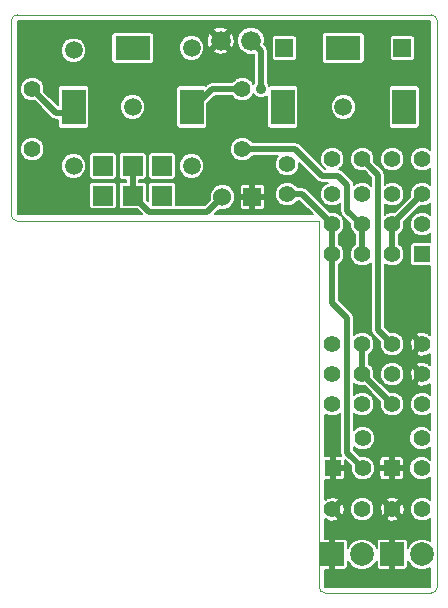
<source format=gtl>
G04 (created by PCBNEW (2013-07-07 BZR 4022)-stable) date 19/03/2015 16:12:41*
%MOIN*%
G04 Gerber Fmt 3.4, Leading zero omitted, Abs format*
%FSLAX34Y34*%
G01*
G70*
G90*
G04 APERTURE LIST*
%ADD10C,0.00629921*%
%ADD11C,0.00393701*%
%ADD12C,0.055*%
%ADD13C,0.066*%
%ADD14R,0.06X0.06*%
%ADD15C,0.06*%
%ADD16R,0.055X0.055*%
%ADD17R,0.0787X0.0787*%
%ADD18C,0.0787*%
%ADD19R,0.0669291X0.0669291*%
%ADD20R,0.0787402X0.11811*%
%ADD21R,0.11811X0.0787402*%
%ADD22C,0.0590551*%
%ADD23R,0.0590551X0.0590551*%
%ADD24C,0.035*%
%ADD25C,0.02*%
%ADD26C,0.006*%
G04 APERTURE END LIST*
G54D10*
G54D11*
X1502Y-12087D02*
X1502Y6778D01*
X-2238Y-12287D02*
X1302Y-12287D01*
X-2443Y108D02*
X-2638Y108D01*
X-2443Y-357D02*
X-2443Y108D01*
X-2443Y-12087D02*
X-2443Y-357D01*
X-12701Y6786D02*
X-12701Y306D01*
X-12501Y6986D02*
X1298Y6986D01*
X-12501Y6986D02*
G75*
G03X-12701Y6786I0J-200D01*
G74*
G01*
X-12441Y106D02*
X-12501Y106D01*
X-12701Y306D02*
G75*
G03X-12501Y106I200J0D01*
G74*
G01*
X-12441Y106D02*
X-11961Y106D01*
X-2641Y106D02*
X-12441Y106D01*
X-2441Y-12088D02*
G75*
G03X-2241Y-12288I200J0D01*
G74*
G01*
X1303Y-12288D02*
G75*
G03X1503Y-12088I0J200D01*
G74*
G01*
X1498Y6786D02*
G75*
G03X1298Y6986I-200J0D01*
G74*
G01*
G54D12*
X999Y-4998D03*
X999Y-5998D03*
X-2000Y1001D03*
X-2000Y1D03*
X-5000Y2501D03*
X-5000Y4501D03*
X-12000Y2501D03*
X-12000Y4501D03*
G54D13*
X-5717Y6119D03*
X-4717Y6119D03*
G54D14*
X-4663Y908D03*
G54D15*
X-5663Y908D03*
G54D16*
X-23Y-8132D03*
G54D12*
X977Y-8132D03*
X977Y-7132D03*
X0Y-9500D03*
X1000Y-9500D03*
X0Y1001D03*
X0Y1D03*
X-1000Y1001D03*
X-1000Y1D03*
X999Y1001D03*
X999Y1D03*
X-3500Y2001D03*
X-3500Y1001D03*
G54D16*
X999Y-998D03*
G54D12*
X0Y-998D03*
X-1000Y-998D03*
X-2000Y-998D03*
X-2000Y-3998D03*
X-1000Y-3998D03*
X0Y-3998D03*
X999Y-3998D03*
X-1000Y-5998D03*
X-1000Y-4998D03*
X-2000Y-5998D03*
X-2000Y-4998D03*
X0Y-5998D03*
X0Y-4998D03*
G54D17*
X0Y-11000D03*
G54D18*
X1000Y-11000D03*
G54D17*
X-2000Y-11000D03*
G54D18*
X-1000Y-11000D03*
G54D12*
X-1000Y-9500D03*
X-2000Y-9500D03*
G54D16*
X-1983Y-8132D03*
G54D12*
X-983Y-8132D03*
X-983Y-7132D03*
G54D19*
X-9642Y957D03*
X-9642Y1942D03*
X-8658Y957D03*
X-8658Y1942D03*
X-7674Y1942D03*
X-7674Y957D03*
G54D20*
X-10626Y3910D03*
X-6689Y3910D03*
G54D21*
X-8658Y5879D03*
G54D22*
X-8658Y3910D03*
X-6689Y5879D03*
X-10626Y5800D03*
X-10626Y1942D03*
X-6689Y1942D03*
G54D20*
X-3658Y3910D03*
X396Y3910D03*
G54D21*
X-1630Y5879D03*
G54D23*
X337Y5879D03*
X-3599Y5879D03*
G54D22*
X-1630Y3910D03*
G54D12*
X997Y2168D03*
X-3Y2168D03*
X-2003Y2168D03*
X-1003Y2168D03*
G54D24*
X-4383Y4508D03*
G54D25*
X-2000Y-998D02*
X-2000Y1D01*
X-2000Y1D02*
X-3000Y1001D01*
X-3000Y1001D02*
X-3500Y1001D01*
X-1503Y-3134D02*
X-2000Y-2636D01*
X-1503Y-6592D02*
X-1503Y-3134D01*
X-1503Y-7612D02*
X-983Y-8132D01*
X-1503Y-6592D02*
X-1503Y-7612D01*
X-2000Y-2636D02*
X-2000Y-998D01*
X0Y-5998D02*
X-1000Y-4998D01*
X-1000Y-4998D02*
X-1000Y-3998D01*
X0Y1D02*
X999Y1001D01*
X0Y1D02*
X0Y-998D01*
X-1003Y2168D02*
X-483Y1648D01*
X-483Y-3516D02*
X0Y-3998D01*
X-483Y1648D02*
X-483Y-3516D01*
X-6630Y3713D02*
X-6630Y3871D01*
X-6630Y3871D02*
X-6000Y4501D01*
X-6000Y4501D02*
X-5000Y4501D01*
X-10685Y3713D02*
X-11213Y3713D01*
X-11213Y3713D02*
X-12000Y4501D01*
X-8658Y957D02*
X-8108Y408D01*
X-6163Y408D02*
X-5663Y908D01*
X-8108Y408D02*
X-6163Y408D01*
X-8658Y957D02*
X-8658Y1942D01*
X-4383Y5784D02*
X-4717Y6119D01*
X-4383Y4508D02*
X-4383Y5784D01*
X-1000Y1D02*
X-1056Y1D01*
X-3236Y2501D02*
X-5000Y2501D01*
X-2343Y1608D02*
X-3236Y2501D01*
X-1803Y1608D02*
X-2343Y1608D01*
X-1503Y1308D02*
X-1803Y1608D01*
X-1503Y448D02*
X-1503Y1308D01*
X-1056Y1D02*
X-1503Y448D01*
X-1000Y1D02*
X-1000Y-998D01*
G54D10*
G36*
X1269Y-12093D02*
X-68Y-12093D01*
X-68Y-11491D01*
X-68Y-11068D01*
X-76Y-11068D01*
X-76Y-10931D01*
X-68Y-10931D01*
X-68Y-10509D01*
X-100Y-10476D01*
X-367Y-10476D01*
X-419Y-10476D01*
X-467Y-10496D01*
X-503Y-10532D01*
X-523Y-10580D01*
X-523Y-10782D01*
X-555Y-10703D01*
X-594Y-10664D01*
X-594Y-9419D01*
X-656Y-9270D01*
X-770Y-9156D01*
X-919Y-9095D01*
X-1080Y-9094D01*
X-1229Y-9156D01*
X-1343Y-9270D01*
X-1404Y-9419D01*
X-1405Y-9580D01*
X-1343Y-9729D01*
X-1229Y-9843D01*
X-1080Y-9904D01*
X-919Y-9905D01*
X-770Y-9843D01*
X-656Y-9729D01*
X-595Y-9580D01*
X-594Y-9419D01*
X-594Y-10664D01*
X-703Y-10556D01*
X-895Y-10476D01*
X-1103Y-10476D01*
X-1296Y-10555D01*
X-1443Y-10703D01*
X-1476Y-10782D01*
X-1476Y-10580D01*
X-1496Y-10532D01*
X-1532Y-10496D01*
X-1577Y-10477D01*
X-1577Y-8381D01*
X-1578Y-8232D01*
X-1610Y-8200D01*
X-1914Y-8200D01*
X-1914Y-8504D01*
X-1882Y-8537D01*
X-1682Y-8537D01*
X-1634Y-8517D01*
X-1597Y-8480D01*
X-1578Y-8432D01*
X-1577Y-8381D01*
X-1577Y-10477D01*
X-1580Y-10476D01*
X-1588Y-10476D01*
X-1588Y-9528D01*
X-1608Y-9368D01*
X-1630Y-9315D01*
X-1686Y-9283D01*
X-1783Y-9380D01*
X-1903Y-9500D01*
X-1686Y-9716D01*
X-1630Y-9684D01*
X-1588Y-9528D01*
X-1588Y-10476D01*
X-1632Y-10476D01*
X-1783Y-10476D01*
X-1899Y-10476D01*
X-1931Y-10509D01*
X-1931Y-10931D01*
X-1923Y-10931D01*
X-1923Y-11068D01*
X-1931Y-11068D01*
X-1931Y-11491D01*
X-1899Y-11523D01*
X-1632Y-11523D01*
X-1580Y-11523D01*
X-1532Y-11503D01*
X-1496Y-11467D01*
X-1476Y-11419D01*
X-1476Y-11217D01*
X-1444Y-11296D01*
X-1296Y-11443D01*
X-1104Y-11523D01*
X-896Y-11523D01*
X-703Y-11444D01*
X-556Y-11296D01*
X-523Y-11217D01*
X-523Y-11419D01*
X-503Y-11467D01*
X-467Y-11503D01*
X-419Y-11523D01*
X-367Y-11523D01*
X-100Y-11523D01*
X-68Y-11491D01*
X-68Y-12093D01*
X-2231Y-12093D01*
X-2231Y-11523D01*
X-2100Y-11523D01*
X-2068Y-11491D01*
X-2068Y-11068D01*
X-2076Y-11068D01*
X-2076Y-10931D01*
X-2068Y-10931D01*
X-2068Y-10509D01*
X-2100Y-10476D01*
X-2231Y-10476D01*
X-2231Y-9828D01*
X-2216Y-9813D01*
X-2184Y-9869D01*
X-2028Y-9911D01*
X-1868Y-9891D01*
X-1815Y-9869D01*
X-1783Y-9813D01*
X-2000Y-9596D01*
X-2005Y-9602D01*
X-2102Y-9505D01*
X-2096Y-9500D01*
X-2102Y-9494D01*
X-2005Y-9397D01*
X-2000Y-9403D01*
X-1783Y-9186D01*
X-1815Y-9130D01*
X-1971Y-9088D01*
X-2131Y-9108D01*
X-2184Y-9130D01*
X-2216Y-9186D01*
X-2231Y-9171D01*
X-2231Y-8537D01*
X-2083Y-8537D01*
X-2051Y-8504D01*
X-2051Y-8200D01*
X-2059Y-8200D01*
X-2059Y-8063D01*
X-2051Y-8063D01*
X-2051Y-7759D01*
X-2083Y-7727D01*
X-2231Y-7726D01*
X-2231Y-6341D01*
X-2230Y-6342D01*
X-2081Y-6403D01*
X-1920Y-6403D01*
X-1771Y-6342D01*
X-1733Y-6303D01*
X-1733Y-6592D01*
X-1733Y-7612D01*
X-1715Y-7700D01*
X-1697Y-7726D01*
X-1882Y-7727D01*
X-1914Y-7759D01*
X-1914Y-8063D01*
X-1610Y-8063D01*
X-1578Y-8031D01*
X-1577Y-7882D01*
X-1577Y-7862D01*
X-1387Y-8052D01*
X-1388Y-8212D01*
X-1326Y-8361D01*
X-1212Y-8475D01*
X-1063Y-8536D01*
X-902Y-8537D01*
X-753Y-8475D01*
X-639Y-8361D01*
X-578Y-8212D01*
X-577Y-8051D01*
X-639Y-7902D01*
X-753Y-7788D01*
X-902Y-7727D01*
X-1062Y-7726D01*
X-1273Y-7516D01*
X-1273Y-7414D01*
X-1212Y-7475D01*
X-1063Y-7536D01*
X-902Y-7537D01*
X-753Y-7475D01*
X-639Y-7361D01*
X-578Y-7212D01*
X-577Y-7051D01*
X-639Y-6902D01*
X-753Y-6788D01*
X-902Y-6727D01*
X-1063Y-6726D01*
X-1212Y-6788D01*
X-1273Y-6849D01*
X-1273Y-6592D01*
X-1273Y-6299D01*
X-1230Y-6342D01*
X-1081Y-6403D01*
X-920Y-6403D01*
X-771Y-6342D01*
X-657Y-6228D01*
X-596Y-6079D01*
X-595Y-5918D01*
X-657Y-5769D01*
X-771Y-5655D01*
X-920Y-5593D01*
X-1081Y-5593D01*
X-1230Y-5655D01*
X-1273Y-5698D01*
X-1273Y-5299D01*
X-1230Y-5342D01*
X-1081Y-5403D01*
X-921Y-5403D01*
X-405Y-5919D01*
X-406Y-6079D01*
X-344Y-6228D01*
X-230Y-6342D01*
X-81Y-6403D01*
X79Y-6403D01*
X228Y-6342D01*
X342Y-6228D01*
X403Y-6079D01*
X404Y-5918D01*
X404Y-4918D01*
X342Y-4769D01*
X228Y-4655D01*
X79Y-4593D01*
X-81Y-4593D01*
X-230Y-4655D01*
X-344Y-4769D01*
X-405Y-4918D01*
X-406Y-5079D01*
X-344Y-5228D01*
X-230Y-5342D01*
X-81Y-5403D01*
X79Y-5403D01*
X228Y-5342D01*
X342Y-5228D01*
X403Y-5079D01*
X404Y-4918D01*
X404Y-5918D01*
X342Y-5769D01*
X228Y-5655D01*
X79Y-5593D01*
X-80Y-5593D01*
X-596Y-5078D01*
X-595Y-4918D01*
X-657Y-4769D01*
X-770Y-4656D01*
X-770Y-4341D01*
X-657Y-4228D01*
X-596Y-4079D01*
X-595Y-3918D01*
X-657Y-3769D01*
X-771Y-3655D01*
X-920Y-3593D01*
X-1081Y-3593D01*
X-1230Y-3655D01*
X-1273Y-3698D01*
X-1273Y-3134D01*
X-1290Y-3045D01*
X-1290Y-3045D01*
X-1340Y-2971D01*
X-1770Y-2540D01*
X-1770Y-1341D01*
X-1657Y-1228D01*
X-1596Y-1079D01*
X-1595Y-918D01*
X-1657Y-769D01*
X-1770Y-656D01*
X-1770Y-341D01*
X-1657Y-228D01*
X-1596Y-79D01*
X-1595Y81D01*
X-1657Y230D01*
X-1771Y344D01*
X-1920Y406D01*
X-2080Y406D01*
X-2838Y1163D01*
X-2912Y1213D01*
X-3000Y1231D01*
X-3158Y1231D01*
X-3271Y1344D01*
X-3420Y1406D01*
X-3581Y1406D01*
X-3730Y1344D01*
X-3844Y1230D01*
X-3905Y1081D01*
X-3906Y920D01*
X-3844Y771D01*
X-3730Y657D01*
X-3581Y596D01*
X-3420Y596D01*
X-3271Y657D01*
X-3158Y771D01*
X-3096Y771D01*
X-2656Y331D01*
X-4232Y331D01*
X-4232Y633D01*
X-4232Y1182D01*
X-4233Y1233D01*
X-4252Y1281D01*
X-4289Y1318D01*
X-4337Y1338D01*
X-4562Y1338D01*
X-4594Y1305D01*
X-4594Y976D01*
X-4265Y976D01*
X-4233Y1008D01*
X-4232Y1182D01*
X-4232Y633D01*
X-4233Y807D01*
X-4265Y839D01*
X-4594Y839D01*
X-4594Y510D01*
X-4562Y478D01*
X-4337Y477D01*
X-4289Y497D01*
X-4252Y534D01*
X-4233Y582D01*
X-4232Y633D01*
X-4232Y331D01*
X-4731Y331D01*
X-4731Y510D01*
X-4731Y839D01*
X-4731Y976D01*
X-4731Y1305D01*
X-4763Y1338D01*
X-4988Y1338D01*
X-5036Y1318D01*
X-5073Y1281D01*
X-5092Y1233D01*
X-5093Y1182D01*
X-5093Y1008D01*
X-5060Y976D01*
X-4731Y976D01*
X-4731Y839D01*
X-5060Y839D01*
X-5093Y807D01*
X-5093Y633D01*
X-5092Y582D01*
X-5073Y534D01*
X-5036Y497D01*
X-4988Y477D01*
X-4763Y478D01*
X-4731Y510D01*
X-4731Y331D01*
X-5914Y331D01*
X-5762Y483D01*
X-5748Y478D01*
X-5577Y477D01*
X-5419Y543D01*
X-5298Y664D01*
X-5233Y822D01*
X-5232Y993D01*
X-5298Y1151D01*
X-5419Y1272D01*
X-5577Y1337D01*
X-5748Y1338D01*
X-5906Y1272D01*
X-6027Y1151D01*
X-6092Y993D01*
X-6093Y822D01*
X-6087Y808D01*
X-6258Y638D01*
X-6264Y638D01*
X-6264Y2026D01*
X-6329Y2182D01*
X-6448Y2302D01*
X-6604Y2367D01*
X-6774Y2367D01*
X-6930Y2302D01*
X-7050Y2183D01*
X-7115Y2026D01*
X-7115Y1857D01*
X-7050Y1701D01*
X-6931Y1581D01*
X-6774Y1516D01*
X-6605Y1516D01*
X-6449Y1581D01*
X-6329Y1700D01*
X-6264Y1857D01*
X-6264Y2026D01*
X-6264Y638D01*
X-7209Y638D01*
X-7209Y648D01*
X-7209Y1318D01*
X-7209Y1633D01*
X-7209Y2302D01*
X-7229Y2350D01*
X-7265Y2386D01*
X-7313Y2406D01*
X-7365Y2406D01*
X-7937Y2406D01*
X-7937Y5511D01*
X-7937Y6298D01*
X-7957Y6346D01*
X-7994Y6382D01*
X-8041Y6402D01*
X-8093Y6402D01*
X-9274Y6402D01*
X-9322Y6382D01*
X-9359Y6346D01*
X-9378Y6298D01*
X-9379Y6246D01*
X-9379Y5459D01*
X-9359Y5411D01*
X-9322Y5375D01*
X-9274Y5355D01*
X-9223Y5355D01*
X-8042Y5355D01*
X-7994Y5375D01*
X-7957Y5411D01*
X-7937Y5459D01*
X-7937Y5511D01*
X-7937Y2406D01*
X-8034Y2406D01*
X-8082Y2386D01*
X-8118Y2350D01*
X-8138Y2302D01*
X-8138Y2250D01*
X-8138Y1581D01*
X-8119Y1533D01*
X-8082Y1497D01*
X-8034Y1477D01*
X-7983Y1477D01*
X-7313Y1477D01*
X-7265Y1497D01*
X-7229Y1533D01*
X-7209Y1581D01*
X-7209Y1633D01*
X-7209Y1318D01*
X-7229Y1365D01*
X-7265Y1402D01*
X-7313Y1422D01*
X-7365Y1422D01*
X-8034Y1422D01*
X-8082Y1402D01*
X-8118Y1366D01*
X-8138Y1318D01*
X-8138Y1266D01*
X-8138Y763D01*
X-8193Y818D01*
X-8193Y1318D01*
X-8213Y1365D01*
X-8250Y1402D01*
X-8297Y1422D01*
X-8349Y1422D01*
X-8428Y1422D01*
X-8428Y1477D01*
X-8298Y1477D01*
X-8250Y1497D01*
X-8213Y1533D01*
X-8193Y1581D01*
X-8193Y1633D01*
X-8193Y2302D01*
X-8213Y2350D01*
X-8233Y2369D01*
X-8233Y3994D01*
X-8297Y4151D01*
X-8417Y4270D01*
X-8573Y4335D01*
X-8742Y4335D01*
X-8899Y4271D01*
X-9018Y4151D01*
X-9083Y3995D01*
X-9083Y3826D01*
X-9019Y3669D01*
X-8899Y3550D01*
X-8743Y3485D01*
X-8574Y3485D01*
X-8417Y3549D01*
X-8298Y3669D01*
X-8233Y3825D01*
X-8233Y3994D01*
X-8233Y2369D01*
X-8250Y2386D01*
X-8297Y2406D01*
X-8349Y2406D01*
X-9018Y2406D01*
X-9066Y2386D01*
X-9103Y2350D01*
X-9123Y2302D01*
X-9123Y2250D01*
X-9123Y1581D01*
X-9103Y1533D01*
X-9066Y1497D01*
X-9019Y1477D01*
X-8967Y1477D01*
X-8888Y1477D01*
X-8888Y1422D01*
X-9018Y1422D01*
X-9066Y1402D01*
X-9103Y1366D01*
X-9123Y1318D01*
X-9123Y1266D01*
X-9123Y597D01*
X-9103Y549D01*
X-9066Y512D01*
X-9019Y493D01*
X-8967Y493D01*
X-8519Y493D01*
X-8357Y331D01*
X-9178Y331D01*
X-9178Y648D01*
X-9178Y1318D01*
X-9178Y1633D01*
X-9178Y2302D01*
X-9197Y2350D01*
X-9234Y2386D01*
X-9282Y2406D01*
X-9333Y2406D01*
X-10003Y2406D01*
X-10050Y2386D01*
X-10087Y2350D01*
X-10103Y2312D01*
X-10103Y3345D01*
X-10103Y4526D01*
X-10122Y4574D01*
X-10159Y4611D01*
X-10201Y4628D01*
X-10201Y5884D01*
X-10266Y6040D01*
X-10385Y6160D01*
X-10541Y6225D01*
X-10711Y6225D01*
X-10867Y6161D01*
X-10987Y6041D01*
X-11052Y5885D01*
X-11052Y5716D01*
X-10987Y5559D01*
X-10868Y5439D01*
X-10711Y5375D01*
X-10542Y5374D01*
X-10386Y5439D01*
X-10266Y5559D01*
X-10201Y5715D01*
X-10201Y5884D01*
X-10201Y4628D01*
X-10207Y4631D01*
X-10258Y4631D01*
X-11046Y4631D01*
X-11094Y4611D01*
X-11130Y4574D01*
X-11150Y4527D01*
X-11150Y4475D01*
X-11150Y3976D01*
X-11596Y4421D01*
X-11595Y4581D01*
X-11657Y4730D01*
X-11771Y4844D01*
X-11920Y4906D01*
X-12081Y4906D01*
X-12230Y4844D01*
X-12344Y4730D01*
X-12405Y4581D01*
X-12406Y4420D01*
X-12344Y4271D01*
X-12230Y4157D01*
X-12081Y4096D01*
X-11921Y4096D01*
X-11376Y3551D01*
X-11301Y3501D01*
X-11301Y3501D01*
X-11213Y3483D01*
X-11150Y3483D01*
X-11150Y3294D01*
X-11130Y3246D01*
X-11094Y3209D01*
X-11046Y3189D01*
X-10994Y3189D01*
X-10207Y3189D01*
X-10159Y3209D01*
X-10123Y3246D01*
X-10103Y3293D01*
X-10103Y3345D01*
X-10103Y2312D01*
X-10107Y2302D01*
X-10107Y2250D01*
X-10107Y1581D01*
X-10087Y1533D01*
X-10051Y1497D01*
X-10003Y1477D01*
X-9951Y1477D01*
X-9282Y1477D01*
X-9234Y1497D01*
X-9197Y1533D01*
X-9178Y1581D01*
X-9178Y1633D01*
X-9178Y1318D01*
X-9197Y1365D01*
X-9234Y1402D01*
X-9282Y1422D01*
X-9333Y1422D01*
X-10003Y1422D01*
X-10050Y1402D01*
X-10087Y1366D01*
X-10107Y1318D01*
X-10107Y1266D01*
X-10107Y597D01*
X-10087Y549D01*
X-10051Y512D01*
X-10003Y493D01*
X-9951Y493D01*
X-9282Y493D01*
X-9234Y512D01*
X-9197Y549D01*
X-9178Y597D01*
X-9178Y648D01*
X-9178Y331D01*
X-10201Y331D01*
X-10201Y2026D01*
X-10266Y2182D01*
X-10385Y2302D01*
X-10541Y2367D01*
X-10711Y2367D01*
X-10867Y2302D01*
X-10987Y2183D01*
X-11052Y2026D01*
X-11052Y1857D01*
X-10987Y1701D01*
X-10868Y1581D01*
X-10711Y1516D01*
X-10542Y1516D01*
X-10386Y1581D01*
X-10266Y1700D01*
X-10201Y1857D01*
X-10201Y2026D01*
X-10201Y331D01*
X-11595Y331D01*
X-11595Y2581D01*
X-11657Y2730D01*
X-11771Y2844D01*
X-11920Y2906D01*
X-12081Y2906D01*
X-12230Y2844D01*
X-12344Y2730D01*
X-12405Y2581D01*
X-12406Y2420D01*
X-12344Y2271D01*
X-12230Y2157D01*
X-12081Y2096D01*
X-11920Y2096D01*
X-11771Y2157D01*
X-11657Y2271D01*
X-11596Y2420D01*
X-11595Y2581D01*
X-11595Y331D01*
X-12470Y331D01*
X-12470Y6771D01*
X1269Y6771D01*
X1269Y2468D01*
X1226Y2511D01*
X1077Y2572D01*
X920Y2573D01*
X920Y3345D01*
X920Y4526D01*
X900Y4574D01*
X864Y4611D01*
X816Y4631D01*
X764Y4631D01*
X762Y4631D01*
X762Y5609D01*
X762Y6200D01*
X743Y6247D01*
X706Y6284D01*
X658Y6304D01*
X607Y6304D01*
X16Y6304D01*
X-31Y6284D01*
X-67Y6248D01*
X-87Y6200D01*
X-87Y6148D01*
X-87Y5558D01*
X-67Y5510D01*
X-31Y5473D01*
X16Y5453D01*
X68Y5453D01*
X658Y5453D01*
X706Y5473D01*
X743Y5510D01*
X762Y5557D01*
X762Y5609D01*
X762Y4631D01*
X-22Y4631D01*
X-70Y4611D01*
X-107Y4574D01*
X-126Y4527D01*
X-127Y4475D01*
X-127Y3294D01*
X-107Y3246D01*
X-70Y3209D01*
X-22Y3189D01*
X28Y3189D01*
X816Y3189D01*
X863Y3209D01*
X900Y3246D01*
X920Y3293D01*
X920Y3345D01*
X920Y2573D01*
X916Y2573D01*
X767Y2511D01*
X653Y2397D01*
X592Y2248D01*
X591Y2087D01*
X653Y1938D01*
X767Y1824D01*
X916Y1763D01*
X1077Y1762D01*
X1226Y1824D01*
X1269Y1867D01*
X1269Y1303D01*
X1228Y1344D01*
X1079Y1406D01*
X918Y1406D01*
X769Y1344D01*
X655Y1230D01*
X594Y1081D01*
X593Y921D01*
X78Y406D01*
X-81Y406D01*
X-230Y344D01*
X-253Y321D01*
X-253Y680D01*
X-230Y657D01*
X-81Y596D01*
X79Y596D01*
X228Y657D01*
X342Y771D01*
X403Y920D01*
X404Y1081D01*
X402Y1086D01*
X402Y2248D01*
X340Y2397D01*
X226Y2511D01*
X77Y2572D01*
X-83Y2573D01*
X-232Y2511D01*
X-346Y2397D01*
X-407Y2248D01*
X-408Y2087D01*
X-346Y1938D01*
X-232Y1824D01*
X-83Y1763D01*
X77Y1762D01*
X226Y1824D01*
X340Y1938D01*
X401Y2087D01*
X402Y2248D01*
X402Y1086D01*
X342Y1230D01*
X228Y1344D01*
X79Y1406D01*
X-81Y1406D01*
X-230Y1344D01*
X-253Y1321D01*
X-253Y1648D01*
X-270Y1736D01*
X-270Y1736D01*
X-320Y1810D01*
X-598Y2088D01*
X-597Y2248D01*
X-659Y2397D01*
X-773Y2511D01*
X-910Y2568D01*
X-910Y5511D01*
X-910Y6298D01*
X-930Y6346D01*
X-966Y6382D01*
X-1014Y6402D01*
X-1066Y6402D01*
X-2247Y6402D01*
X-2294Y6382D01*
X-2331Y6346D01*
X-2351Y6298D01*
X-2351Y6246D01*
X-2351Y5459D01*
X-2331Y5411D01*
X-2295Y5375D01*
X-2247Y5355D01*
X-2195Y5355D01*
X-1014Y5355D01*
X-966Y5375D01*
X-930Y5411D01*
X-910Y5459D01*
X-910Y5511D01*
X-910Y2568D01*
X-922Y2572D01*
X-1083Y2573D01*
X-1205Y2522D01*
X-1205Y3994D01*
X-1270Y4151D01*
X-1389Y4270D01*
X-1545Y4335D01*
X-1715Y4335D01*
X-1871Y4271D01*
X-1991Y4151D01*
X-2056Y3995D01*
X-2056Y3826D01*
X-1991Y3669D01*
X-1872Y3550D01*
X-1715Y3485D01*
X-1546Y3485D01*
X-1390Y3549D01*
X-1270Y3669D01*
X-1205Y3825D01*
X-1205Y3994D01*
X-1205Y2522D01*
X-1232Y2511D01*
X-1346Y2397D01*
X-1407Y2248D01*
X-1408Y2087D01*
X-1346Y1938D01*
X-1232Y1824D01*
X-1083Y1763D01*
X-923Y1762D01*
X-713Y1552D01*
X-713Y1285D01*
X-771Y1344D01*
X-920Y1406D01*
X-1081Y1406D01*
X-1230Y1344D01*
X-1273Y1301D01*
X-1273Y1308D01*
X-1273Y1308D01*
X-1273Y1308D01*
X-1290Y1396D01*
X-1340Y1470D01*
X-1340Y1470D01*
X-1640Y1770D01*
X-1714Y1820D01*
X-1767Y1830D01*
X-1767Y1830D01*
X-1659Y1938D01*
X-1598Y2087D01*
X-1597Y2248D01*
X-1659Y2397D01*
X-1773Y2511D01*
X-1922Y2572D01*
X-2083Y2573D01*
X-2232Y2511D01*
X-2346Y2397D01*
X-2407Y2248D01*
X-2408Y2087D01*
X-2346Y1938D01*
X-2245Y1838D01*
X-2247Y1838D01*
X-3073Y2663D01*
X-3134Y2704D01*
X-3134Y3345D01*
X-3134Y4526D01*
X-3154Y4574D01*
X-3174Y4594D01*
X-3174Y5609D01*
X-3174Y6200D01*
X-3193Y6247D01*
X-3230Y6284D01*
X-3278Y6304D01*
X-3329Y6304D01*
X-3920Y6304D01*
X-3968Y6284D01*
X-4004Y6248D01*
X-4024Y6200D01*
X-4024Y6148D01*
X-4024Y5558D01*
X-4004Y5510D01*
X-3968Y5473D01*
X-3920Y5453D01*
X-3868Y5453D01*
X-3278Y5453D01*
X-3230Y5473D01*
X-3193Y5510D01*
X-3174Y5557D01*
X-3174Y5609D01*
X-3174Y4594D01*
X-3190Y4611D01*
X-3238Y4631D01*
X-3290Y4631D01*
X-4077Y4631D01*
X-4100Y4621D01*
X-4124Y4680D01*
X-4153Y4709D01*
X-4153Y5784D01*
X-4153Y5784D01*
X-4153Y5784D01*
X-4170Y5872D01*
X-4220Y5947D01*
X-4220Y5947D01*
X-4270Y5997D01*
X-4257Y6027D01*
X-4257Y6210D01*
X-4327Y6379D01*
X-4456Y6508D01*
X-4625Y6579D01*
X-4808Y6579D01*
X-4977Y6509D01*
X-5107Y6380D01*
X-5177Y6211D01*
X-5177Y6028D01*
X-5107Y5858D01*
X-4978Y5729D01*
X-4809Y5659D01*
X-4626Y5659D01*
X-4613Y5664D01*
X-4613Y4709D01*
X-4638Y4684D01*
X-4657Y4730D01*
X-4771Y4844D01*
X-4920Y4906D01*
X-5081Y4906D01*
X-5230Y4844D01*
X-5250Y4824D01*
X-5250Y6077D01*
X-5269Y6259D01*
X-5301Y6336D01*
X-5364Y6375D01*
X-5461Y6278D01*
X-5461Y6472D01*
X-5500Y6534D01*
X-5675Y6586D01*
X-5857Y6566D01*
X-5934Y6534D01*
X-5973Y6472D01*
X-5717Y6215D01*
X-5461Y6472D01*
X-5461Y6278D01*
X-5620Y6119D01*
X-5364Y5862D01*
X-5301Y5901D01*
X-5250Y6077D01*
X-5250Y4824D01*
X-5343Y4731D01*
X-5461Y4731D01*
X-5461Y5765D01*
X-5717Y6022D01*
X-5814Y5925D01*
X-5814Y6119D01*
X-6070Y6375D01*
X-6133Y6336D01*
X-6184Y6160D01*
X-6165Y5979D01*
X-6133Y5901D01*
X-6070Y5862D01*
X-5814Y6119D01*
X-5814Y5925D01*
X-5973Y5765D01*
X-5934Y5703D01*
X-5759Y5652D01*
X-5577Y5671D01*
X-5500Y5703D01*
X-5461Y5765D01*
X-5461Y4731D01*
X-6000Y4731D01*
X-6088Y4713D01*
X-6163Y4663D01*
X-6163Y4663D01*
X-6219Y4608D01*
X-6222Y4611D01*
X-6264Y4628D01*
X-6264Y5963D01*
X-6329Y6119D01*
X-6448Y6239D01*
X-6604Y6304D01*
X-6774Y6304D01*
X-6930Y6239D01*
X-7050Y6120D01*
X-7115Y5963D01*
X-7115Y5794D01*
X-7050Y5638D01*
X-6931Y5518D01*
X-6774Y5453D01*
X-6605Y5453D01*
X-6449Y5518D01*
X-6329Y5637D01*
X-6264Y5794D01*
X-6264Y5963D01*
X-6264Y4628D01*
X-6270Y4631D01*
X-6321Y4631D01*
X-7109Y4631D01*
X-7157Y4611D01*
X-7193Y4574D01*
X-7213Y4527D01*
X-7213Y4475D01*
X-7213Y3294D01*
X-7193Y3246D01*
X-7157Y3209D01*
X-7109Y3189D01*
X-7057Y3189D01*
X-6270Y3189D01*
X-6222Y3209D01*
X-6186Y3246D01*
X-6166Y3293D01*
X-6166Y3345D01*
X-6166Y4010D01*
X-5905Y4271D01*
X-5343Y4271D01*
X-5230Y4157D01*
X-5081Y4096D01*
X-4920Y4096D01*
X-4771Y4157D01*
X-4657Y4271D01*
X-4634Y4328D01*
X-4555Y4249D01*
X-4443Y4203D01*
X-4322Y4202D01*
X-4210Y4249D01*
X-4182Y4277D01*
X-4182Y3294D01*
X-4162Y3246D01*
X-4125Y3209D01*
X-4078Y3189D01*
X-4026Y3189D01*
X-3238Y3189D01*
X-3191Y3209D01*
X-3154Y3246D01*
X-3134Y3293D01*
X-3134Y3345D01*
X-3134Y2704D01*
X-3148Y2713D01*
X-3236Y2731D01*
X-4658Y2731D01*
X-4771Y2844D01*
X-4920Y2906D01*
X-5081Y2906D01*
X-5230Y2844D01*
X-5344Y2730D01*
X-5405Y2581D01*
X-5406Y2420D01*
X-5344Y2271D01*
X-5230Y2157D01*
X-5081Y2096D01*
X-4920Y2096D01*
X-4771Y2157D01*
X-4658Y2271D01*
X-3803Y2271D01*
X-3844Y2230D01*
X-3905Y2081D01*
X-3906Y1920D01*
X-3844Y1771D01*
X-3730Y1657D01*
X-3581Y1596D01*
X-3420Y1596D01*
X-3271Y1657D01*
X-3157Y1771D01*
X-3096Y1920D01*
X-3095Y2035D01*
X-2505Y1445D01*
X-2431Y1395D01*
X-2431Y1395D01*
X-2343Y1378D01*
X-2149Y1378D01*
X-2230Y1344D01*
X-2344Y1230D01*
X-2405Y1081D01*
X-2406Y920D01*
X-2344Y771D01*
X-2230Y657D01*
X-2081Y596D01*
X-1920Y596D01*
X-1771Y657D01*
X-1733Y696D01*
X-1733Y448D01*
X-1715Y359D01*
X-1665Y285D01*
X-1405Y25D01*
X-1406Y-79D01*
X-1344Y-228D01*
X-1230Y-341D01*
X-1230Y-656D01*
X-1344Y-769D01*
X-1405Y-918D01*
X-1406Y-1079D01*
X-1344Y-1228D01*
X-1230Y-1342D01*
X-1081Y-1403D01*
X-920Y-1403D01*
X-771Y-1342D01*
X-713Y-1283D01*
X-713Y-3516D01*
X-695Y-3604D01*
X-645Y-3679D01*
X-405Y-3919D01*
X-406Y-4079D01*
X-344Y-4228D01*
X-230Y-4342D01*
X-81Y-4403D01*
X79Y-4403D01*
X228Y-4342D01*
X342Y-4228D01*
X403Y-4079D01*
X404Y-3918D01*
X342Y-3769D01*
X228Y-3655D01*
X79Y-3593D01*
X-80Y-3593D01*
X-253Y-3421D01*
X-253Y-1319D01*
X-230Y-1342D01*
X-81Y-1403D01*
X79Y-1403D01*
X228Y-1342D01*
X342Y-1228D01*
X403Y-1079D01*
X404Y-918D01*
X342Y-769D01*
X229Y-656D01*
X229Y-341D01*
X342Y-228D01*
X403Y-79D01*
X404Y80D01*
X919Y596D01*
X1079Y596D01*
X1228Y657D01*
X1269Y698D01*
X1269Y303D01*
X1228Y344D01*
X1079Y406D01*
X918Y406D01*
X769Y344D01*
X655Y230D01*
X594Y81D01*
X593Y-79D01*
X655Y-228D01*
X769Y-342D01*
X918Y-403D01*
X1079Y-403D01*
X1228Y-342D01*
X1269Y-301D01*
X1269Y-593D01*
X1248Y-593D01*
X698Y-593D01*
X650Y-613D01*
X613Y-650D01*
X594Y-697D01*
X594Y-749D01*
X594Y-1299D01*
X613Y-1347D01*
X650Y-1384D01*
X698Y-1403D01*
X749Y-1403D01*
X1269Y-1403D01*
X1269Y-3685D01*
X1242Y-3658D01*
X1215Y-3685D01*
X1183Y-3629D01*
X1027Y-3586D01*
X867Y-3607D01*
X815Y-3629D01*
X782Y-3685D01*
X999Y-3902D01*
X1004Y-3896D01*
X1101Y-3993D01*
X1095Y-3998D01*
X1101Y-4004D01*
X1004Y-4101D01*
X999Y-4095D01*
X902Y-4192D01*
X902Y-3998D01*
X686Y-3782D01*
X629Y-3814D01*
X587Y-3970D01*
X607Y-4130D01*
X629Y-4182D01*
X686Y-4215D01*
X902Y-3998D01*
X902Y-4192D01*
X782Y-4311D01*
X815Y-4368D01*
X970Y-4410D01*
X1130Y-4390D01*
X1183Y-4368D01*
X1215Y-4311D01*
X1215Y-4311D01*
X1242Y-4338D01*
X1269Y-4312D01*
X1269Y-4685D01*
X1242Y-4658D01*
X1215Y-4685D01*
X1215Y-4685D01*
X1183Y-4629D01*
X1027Y-4586D01*
X867Y-4607D01*
X815Y-4629D01*
X782Y-4685D01*
X999Y-4902D01*
X1004Y-4896D01*
X1101Y-4993D01*
X1095Y-4998D01*
X1101Y-5004D01*
X1004Y-5101D01*
X999Y-5095D01*
X902Y-5192D01*
X902Y-4998D01*
X686Y-4782D01*
X629Y-4814D01*
X587Y-4970D01*
X607Y-5130D01*
X629Y-5182D01*
X686Y-5215D01*
X902Y-4998D01*
X902Y-5192D01*
X782Y-5311D01*
X815Y-5368D01*
X970Y-5410D01*
X1130Y-5390D01*
X1183Y-5368D01*
X1215Y-5311D01*
X1215Y-5311D01*
X1242Y-5338D01*
X1269Y-5312D01*
X1269Y-5696D01*
X1228Y-5655D01*
X1215Y-5650D01*
X1079Y-5593D01*
X918Y-5593D01*
X769Y-5655D01*
X655Y-5769D01*
X594Y-5918D01*
X593Y-6079D01*
X655Y-6228D01*
X769Y-6342D01*
X918Y-6403D01*
X1079Y-6403D01*
X1228Y-6342D01*
X1269Y-6301D01*
X1269Y-6851D01*
X1206Y-6788D01*
X1057Y-6727D01*
X896Y-6726D01*
X747Y-6788D01*
X633Y-6902D01*
X572Y-7051D01*
X571Y-7212D01*
X633Y-7361D01*
X747Y-7475D01*
X896Y-7536D01*
X1057Y-7537D01*
X1206Y-7475D01*
X1269Y-7412D01*
X1269Y-7851D01*
X1206Y-7788D01*
X1057Y-7727D01*
X896Y-7726D01*
X747Y-7788D01*
X633Y-7902D01*
X572Y-8051D01*
X571Y-8212D01*
X633Y-8361D01*
X747Y-8475D01*
X896Y-8536D01*
X1057Y-8537D01*
X1206Y-8475D01*
X1269Y-8412D01*
X1269Y-9196D01*
X1229Y-9156D01*
X1080Y-9095D01*
X919Y-9094D01*
X770Y-9156D01*
X656Y-9270D01*
X595Y-9419D01*
X594Y-9580D01*
X656Y-9729D01*
X770Y-9843D01*
X919Y-9904D01*
X1080Y-9905D01*
X1229Y-9843D01*
X1269Y-9803D01*
X1269Y-10544D01*
X1104Y-10476D01*
X896Y-10476D01*
X703Y-10555D01*
X556Y-10703D01*
X523Y-10782D01*
X523Y-10580D01*
X503Y-10532D01*
X467Y-10496D01*
X419Y-10476D01*
X411Y-10476D01*
X411Y-9528D01*
X391Y-9368D01*
X382Y-9345D01*
X382Y-8381D01*
X382Y-7882D01*
X381Y-7831D01*
X362Y-7783D01*
X325Y-7746D01*
X277Y-7726D01*
X77Y-7727D01*
X45Y-7759D01*
X45Y-8063D01*
X349Y-8063D01*
X382Y-8031D01*
X382Y-7882D01*
X382Y-8381D01*
X382Y-8232D01*
X349Y-8200D01*
X45Y-8200D01*
X45Y-8504D01*
X77Y-8537D01*
X277Y-8537D01*
X325Y-8517D01*
X362Y-8480D01*
X381Y-8432D01*
X382Y-8381D01*
X382Y-9345D01*
X369Y-9315D01*
X313Y-9283D01*
X216Y-9380D01*
X216Y-9186D01*
X184Y-9130D01*
X28Y-9088D01*
X-91Y-9103D01*
X-91Y-8504D01*
X-91Y-8200D01*
X-91Y-8063D01*
X-91Y-7759D01*
X-123Y-7727D01*
X-323Y-7726D01*
X-371Y-7746D01*
X-408Y-7783D01*
X-427Y-7831D01*
X-428Y-7882D01*
X-428Y-8031D01*
X-395Y-8063D01*
X-91Y-8063D01*
X-91Y-8200D01*
X-395Y-8200D01*
X-428Y-8232D01*
X-428Y-8381D01*
X-427Y-8432D01*
X-408Y-8480D01*
X-371Y-8517D01*
X-323Y-8537D01*
X-123Y-8537D01*
X-91Y-8504D01*
X-91Y-9103D01*
X-131Y-9108D01*
X-184Y-9130D01*
X-216Y-9186D01*
X0Y-9403D01*
X216Y-9186D01*
X216Y-9380D01*
X96Y-9500D01*
X313Y-9716D01*
X369Y-9684D01*
X411Y-9528D01*
X411Y-10476D01*
X367Y-10476D01*
X216Y-10476D01*
X216Y-9813D01*
X0Y-9596D01*
X-96Y-9693D01*
X-96Y-9500D01*
X-313Y-9283D01*
X-369Y-9315D01*
X-411Y-9471D01*
X-391Y-9631D01*
X-369Y-9684D01*
X-313Y-9716D01*
X-96Y-9500D01*
X-96Y-9693D01*
X-216Y-9813D01*
X-184Y-9869D01*
X-28Y-9911D01*
X131Y-9891D01*
X184Y-9869D01*
X216Y-9813D01*
X216Y-10476D01*
X100Y-10476D01*
X68Y-10509D01*
X68Y-10931D01*
X76Y-10931D01*
X76Y-11068D01*
X68Y-11068D01*
X68Y-11491D01*
X100Y-11523D01*
X367Y-11523D01*
X419Y-11523D01*
X467Y-11503D01*
X503Y-11467D01*
X523Y-11419D01*
X523Y-11217D01*
X555Y-11296D01*
X703Y-11443D01*
X895Y-11523D01*
X1103Y-11523D01*
X1269Y-11455D01*
X1269Y-12093D01*
X1269Y-12093D01*
G37*
G54D26*
X1269Y-12093D02*
X-68Y-12093D01*
X-68Y-11491D01*
X-68Y-11068D01*
X-76Y-11068D01*
X-76Y-10931D01*
X-68Y-10931D01*
X-68Y-10509D01*
X-100Y-10476D01*
X-367Y-10476D01*
X-419Y-10476D01*
X-467Y-10496D01*
X-503Y-10532D01*
X-523Y-10580D01*
X-523Y-10782D01*
X-555Y-10703D01*
X-594Y-10664D01*
X-594Y-9419D01*
X-656Y-9270D01*
X-770Y-9156D01*
X-919Y-9095D01*
X-1080Y-9094D01*
X-1229Y-9156D01*
X-1343Y-9270D01*
X-1404Y-9419D01*
X-1405Y-9580D01*
X-1343Y-9729D01*
X-1229Y-9843D01*
X-1080Y-9904D01*
X-919Y-9905D01*
X-770Y-9843D01*
X-656Y-9729D01*
X-595Y-9580D01*
X-594Y-9419D01*
X-594Y-10664D01*
X-703Y-10556D01*
X-895Y-10476D01*
X-1103Y-10476D01*
X-1296Y-10555D01*
X-1443Y-10703D01*
X-1476Y-10782D01*
X-1476Y-10580D01*
X-1496Y-10532D01*
X-1532Y-10496D01*
X-1577Y-10477D01*
X-1577Y-8381D01*
X-1578Y-8232D01*
X-1610Y-8200D01*
X-1914Y-8200D01*
X-1914Y-8504D01*
X-1882Y-8537D01*
X-1682Y-8537D01*
X-1634Y-8517D01*
X-1597Y-8480D01*
X-1578Y-8432D01*
X-1577Y-8381D01*
X-1577Y-10477D01*
X-1580Y-10476D01*
X-1588Y-10476D01*
X-1588Y-9528D01*
X-1608Y-9368D01*
X-1630Y-9315D01*
X-1686Y-9283D01*
X-1783Y-9380D01*
X-1903Y-9500D01*
X-1686Y-9716D01*
X-1630Y-9684D01*
X-1588Y-9528D01*
X-1588Y-10476D01*
X-1632Y-10476D01*
X-1783Y-10476D01*
X-1899Y-10476D01*
X-1931Y-10509D01*
X-1931Y-10931D01*
X-1923Y-10931D01*
X-1923Y-11068D01*
X-1931Y-11068D01*
X-1931Y-11491D01*
X-1899Y-11523D01*
X-1632Y-11523D01*
X-1580Y-11523D01*
X-1532Y-11503D01*
X-1496Y-11467D01*
X-1476Y-11419D01*
X-1476Y-11217D01*
X-1444Y-11296D01*
X-1296Y-11443D01*
X-1104Y-11523D01*
X-896Y-11523D01*
X-703Y-11444D01*
X-556Y-11296D01*
X-523Y-11217D01*
X-523Y-11419D01*
X-503Y-11467D01*
X-467Y-11503D01*
X-419Y-11523D01*
X-367Y-11523D01*
X-100Y-11523D01*
X-68Y-11491D01*
X-68Y-12093D01*
X-2231Y-12093D01*
X-2231Y-11523D01*
X-2100Y-11523D01*
X-2068Y-11491D01*
X-2068Y-11068D01*
X-2076Y-11068D01*
X-2076Y-10931D01*
X-2068Y-10931D01*
X-2068Y-10509D01*
X-2100Y-10476D01*
X-2231Y-10476D01*
X-2231Y-9828D01*
X-2216Y-9813D01*
X-2184Y-9869D01*
X-2028Y-9911D01*
X-1868Y-9891D01*
X-1815Y-9869D01*
X-1783Y-9813D01*
X-2000Y-9596D01*
X-2005Y-9602D01*
X-2102Y-9505D01*
X-2096Y-9500D01*
X-2102Y-9494D01*
X-2005Y-9397D01*
X-2000Y-9403D01*
X-1783Y-9186D01*
X-1815Y-9130D01*
X-1971Y-9088D01*
X-2131Y-9108D01*
X-2184Y-9130D01*
X-2216Y-9186D01*
X-2231Y-9171D01*
X-2231Y-8537D01*
X-2083Y-8537D01*
X-2051Y-8504D01*
X-2051Y-8200D01*
X-2059Y-8200D01*
X-2059Y-8063D01*
X-2051Y-8063D01*
X-2051Y-7759D01*
X-2083Y-7727D01*
X-2231Y-7726D01*
X-2231Y-6341D01*
X-2230Y-6342D01*
X-2081Y-6403D01*
X-1920Y-6403D01*
X-1771Y-6342D01*
X-1733Y-6303D01*
X-1733Y-6592D01*
X-1733Y-7612D01*
X-1715Y-7700D01*
X-1697Y-7726D01*
X-1882Y-7727D01*
X-1914Y-7759D01*
X-1914Y-8063D01*
X-1610Y-8063D01*
X-1578Y-8031D01*
X-1577Y-7882D01*
X-1577Y-7862D01*
X-1387Y-8052D01*
X-1388Y-8212D01*
X-1326Y-8361D01*
X-1212Y-8475D01*
X-1063Y-8536D01*
X-902Y-8537D01*
X-753Y-8475D01*
X-639Y-8361D01*
X-578Y-8212D01*
X-577Y-8051D01*
X-639Y-7902D01*
X-753Y-7788D01*
X-902Y-7727D01*
X-1062Y-7726D01*
X-1273Y-7516D01*
X-1273Y-7414D01*
X-1212Y-7475D01*
X-1063Y-7536D01*
X-902Y-7537D01*
X-753Y-7475D01*
X-639Y-7361D01*
X-578Y-7212D01*
X-577Y-7051D01*
X-639Y-6902D01*
X-753Y-6788D01*
X-902Y-6727D01*
X-1063Y-6726D01*
X-1212Y-6788D01*
X-1273Y-6849D01*
X-1273Y-6592D01*
X-1273Y-6299D01*
X-1230Y-6342D01*
X-1081Y-6403D01*
X-920Y-6403D01*
X-771Y-6342D01*
X-657Y-6228D01*
X-596Y-6079D01*
X-595Y-5918D01*
X-657Y-5769D01*
X-771Y-5655D01*
X-920Y-5593D01*
X-1081Y-5593D01*
X-1230Y-5655D01*
X-1273Y-5698D01*
X-1273Y-5299D01*
X-1230Y-5342D01*
X-1081Y-5403D01*
X-921Y-5403D01*
X-405Y-5919D01*
X-406Y-6079D01*
X-344Y-6228D01*
X-230Y-6342D01*
X-81Y-6403D01*
X79Y-6403D01*
X228Y-6342D01*
X342Y-6228D01*
X403Y-6079D01*
X404Y-5918D01*
X404Y-4918D01*
X342Y-4769D01*
X228Y-4655D01*
X79Y-4593D01*
X-81Y-4593D01*
X-230Y-4655D01*
X-344Y-4769D01*
X-405Y-4918D01*
X-406Y-5079D01*
X-344Y-5228D01*
X-230Y-5342D01*
X-81Y-5403D01*
X79Y-5403D01*
X228Y-5342D01*
X342Y-5228D01*
X403Y-5079D01*
X404Y-4918D01*
X404Y-5918D01*
X342Y-5769D01*
X228Y-5655D01*
X79Y-5593D01*
X-80Y-5593D01*
X-596Y-5078D01*
X-595Y-4918D01*
X-657Y-4769D01*
X-770Y-4656D01*
X-770Y-4341D01*
X-657Y-4228D01*
X-596Y-4079D01*
X-595Y-3918D01*
X-657Y-3769D01*
X-771Y-3655D01*
X-920Y-3593D01*
X-1081Y-3593D01*
X-1230Y-3655D01*
X-1273Y-3698D01*
X-1273Y-3134D01*
X-1290Y-3045D01*
X-1290Y-3045D01*
X-1340Y-2971D01*
X-1770Y-2540D01*
X-1770Y-1341D01*
X-1657Y-1228D01*
X-1596Y-1079D01*
X-1595Y-918D01*
X-1657Y-769D01*
X-1770Y-656D01*
X-1770Y-341D01*
X-1657Y-228D01*
X-1596Y-79D01*
X-1595Y81D01*
X-1657Y230D01*
X-1771Y344D01*
X-1920Y406D01*
X-2080Y406D01*
X-2838Y1163D01*
X-2912Y1213D01*
X-3000Y1231D01*
X-3158Y1231D01*
X-3271Y1344D01*
X-3420Y1406D01*
X-3581Y1406D01*
X-3730Y1344D01*
X-3844Y1230D01*
X-3905Y1081D01*
X-3906Y920D01*
X-3844Y771D01*
X-3730Y657D01*
X-3581Y596D01*
X-3420Y596D01*
X-3271Y657D01*
X-3158Y771D01*
X-3096Y771D01*
X-2656Y331D01*
X-4232Y331D01*
X-4232Y633D01*
X-4232Y1182D01*
X-4233Y1233D01*
X-4252Y1281D01*
X-4289Y1318D01*
X-4337Y1338D01*
X-4562Y1338D01*
X-4594Y1305D01*
X-4594Y976D01*
X-4265Y976D01*
X-4233Y1008D01*
X-4232Y1182D01*
X-4232Y633D01*
X-4233Y807D01*
X-4265Y839D01*
X-4594Y839D01*
X-4594Y510D01*
X-4562Y478D01*
X-4337Y477D01*
X-4289Y497D01*
X-4252Y534D01*
X-4233Y582D01*
X-4232Y633D01*
X-4232Y331D01*
X-4731Y331D01*
X-4731Y510D01*
X-4731Y839D01*
X-4731Y976D01*
X-4731Y1305D01*
X-4763Y1338D01*
X-4988Y1338D01*
X-5036Y1318D01*
X-5073Y1281D01*
X-5092Y1233D01*
X-5093Y1182D01*
X-5093Y1008D01*
X-5060Y976D01*
X-4731Y976D01*
X-4731Y839D01*
X-5060Y839D01*
X-5093Y807D01*
X-5093Y633D01*
X-5092Y582D01*
X-5073Y534D01*
X-5036Y497D01*
X-4988Y477D01*
X-4763Y478D01*
X-4731Y510D01*
X-4731Y331D01*
X-5914Y331D01*
X-5762Y483D01*
X-5748Y478D01*
X-5577Y477D01*
X-5419Y543D01*
X-5298Y664D01*
X-5233Y822D01*
X-5232Y993D01*
X-5298Y1151D01*
X-5419Y1272D01*
X-5577Y1337D01*
X-5748Y1338D01*
X-5906Y1272D01*
X-6027Y1151D01*
X-6092Y993D01*
X-6093Y822D01*
X-6087Y808D01*
X-6258Y638D01*
X-6264Y638D01*
X-6264Y2026D01*
X-6329Y2182D01*
X-6448Y2302D01*
X-6604Y2367D01*
X-6774Y2367D01*
X-6930Y2302D01*
X-7050Y2183D01*
X-7115Y2026D01*
X-7115Y1857D01*
X-7050Y1701D01*
X-6931Y1581D01*
X-6774Y1516D01*
X-6605Y1516D01*
X-6449Y1581D01*
X-6329Y1700D01*
X-6264Y1857D01*
X-6264Y2026D01*
X-6264Y638D01*
X-7209Y638D01*
X-7209Y648D01*
X-7209Y1318D01*
X-7209Y1633D01*
X-7209Y2302D01*
X-7229Y2350D01*
X-7265Y2386D01*
X-7313Y2406D01*
X-7365Y2406D01*
X-7937Y2406D01*
X-7937Y5511D01*
X-7937Y6298D01*
X-7957Y6346D01*
X-7994Y6382D01*
X-8041Y6402D01*
X-8093Y6402D01*
X-9274Y6402D01*
X-9322Y6382D01*
X-9359Y6346D01*
X-9378Y6298D01*
X-9379Y6246D01*
X-9379Y5459D01*
X-9359Y5411D01*
X-9322Y5375D01*
X-9274Y5355D01*
X-9223Y5355D01*
X-8042Y5355D01*
X-7994Y5375D01*
X-7957Y5411D01*
X-7937Y5459D01*
X-7937Y5511D01*
X-7937Y2406D01*
X-8034Y2406D01*
X-8082Y2386D01*
X-8118Y2350D01*
X-8138Y2302D01*
X-8138Y2250D01*
X-8138Y1581D01*
X-8119Y1533D01*
X-8082Y1497D01*
X-8034Y1477D01*
X-7983Y1477D01*
X-7313Y1477D01*
X-7265Y1497D01*
X-7229Y1533D01*
X-7209Y1581D01*
X-7209Y1633D01*
X-7209Y1318D01*
X-7229Y1365D01*
X-7265Y1402D01*
X-7313Y1422D01*
X-7365Y1422D01*
X-8034Y1422D01*
X-8082Y1402D01*
X-8118Y1366D01*
X-8138Y1318D01*
X-8138Y1266D01*
X-8138Y763D01*
X-8193Y818D01*
X-8193Y1318D01*
X-8213Y1365D01*
X-8250Y1402D01*
X-8297Y1422D01*
X-8349Y1422D01*
X-8428Y1422D01*
X-8428Y1477D01*
X-8298Y1477D01*
X-8250Y1497D01*
X-8213Y1533D01*
X-8193Y1581D01*
X-8193Y1633D01*
X-8193Y2302D01*
X-8213Y2350D01*
X-8233Y2369D01*
X-8233Y3994D01*
X-8297Y4151D01*
X-8417Y4270D01*
X-8573Y4335D01*
X-8742Y4335D01*
X-8899Y4271D01*
X-9018Y4151D01*
X-9083Y3995D01*
X-9083Y3826D01*
X-9019Y3669D01*
X-8899Y3550D01*
X-8743Y3485D01*
X-8574Y3485D01*
X-8417Y3549D01*
X-8298Y3669D01*
X-8233Y3825D01*
X-8233Y3994D01*
X-8233Y2369D01*
X-8250Y2386D01*
X-8297Y2406D01*
X-8349Y2406D01*
X-9018Y2406D01*
X-9066Y2386D01*
X-9103Y2350D01*
X-9123Y2302D01*
X-9123Y2250D01*
X-9123Y1581D01*
X-9103Y1533D01*
X-9066Y1497D01*
X-9019Y1477D01*
X-8967Y1477D01*
X-8888Y1477D01*
X-8888Y1422D01*
X-9018Y1422D01*
X-9066Y1402D01*
X-9103Y1366D01*
X-9123Y1318D01*
X-9123Y1266D01*
X-9123Y597D01*
X-9103Y549D01*
X-9066Y512D01*
X-9019Y493D01*
X-8967Y493D01*
X-8519Y493D01*
X-8357Y331D01*
X-9178Y331D01*
X-9178Y648D01*
X-9178Y1318D01*
X-9178Y1633D01*
X-9178Y2302D01*
X-9197Y2350D01*
X-9234Y2386D01*
X-9282Y2406D01*
X-9333Y2406D01*
X-10003Y2406D01*
X-10050Y2386D01*
X-10087Y2350D01*
X-10103Y2312D01*
X-10103Y3345D01*
X-10103Y4526D01*
X-10122Y4574D01*
X-10159Y4611D01*
X-10201Y4628D01*
X-10201Y5884D01*
X-10266Y6040D01*
X-10385Y6160D01*
X-10541Y6225D01*
X-10711Y6225D01*
X-10867Y6161D01*
X-10987Y6041D01*
X-11052Y5885D01*
X-11052Y5716D01*
X-10987Y5559D01*
X-10868Y5439D01*
X-10711Y5375D01*
X-10542Y5374D01*
X-10386Y5439D01*
X-10266Y5559D01*
X-10201Y5715D01*
X-10201Y5884D01*
X-10201Y4628D01*
X-10207Y4631D01*
X-10258Y4631D01*
X-11046Y4631D01*
X-11094Y4611D01*
X-11130Y4574D01*
X-11150Y4527D01*
X-11150Y4475D01*
X-11150Y3976D01*
X-11596Y4421D01*
X-11595Y4581D01*
X-11657Y4730D01*
X-11771Y4844D01*
X-11920Y4906D01*
X-12081Y4906D01*
X-12230Y4844D01*
X-12344Y4730D01*
X-12405Y4581D01*
X-12406Y4420D01*
X-12344Y4271D01*
X-12230Y4157D01*
X-12081Y4096D01*
X-11921Y4096D01*
X-11376Y3551D01*
X-11301Y3501D01*
X-11301Y3501D01*
X-11213Y3483D01*
X-11150Y3483D01*
X-11150Y3294D01*
X-11130Y3246D01*
X-11094Y3209D01*
X-11046Y3189D01*
X-10994Y3189D01*
X-10207Y3189D01*
X-10159Y3209D01*
X-10123Y3246D01*
X-10103Y3293D01*
X-10103Y3345D01*
X-10103Y2312D01*
X-10107Y2302D01*
X-10107Y2250D01*
X-10107Y1581D01*
X-10087Y1533D01*
X-10051Y1497D01*
X-10003Y1477D01*
X-9951Y1477D01*
X-9282Y1477D01*
X-9234Y1497D01*
X-9197Y1533D01*
X-9178Y1581D01*
X-9178Y1633D01*
X-9178Y1318D01*
X-9197Y1365D01*
X-9234Y1402D01*
X-9282Y1422D01*
X-9333Y1422D01*
X-10003Y1422D01*
X-10050Y1402D01*
X-10087Y1366D01*
X-10107Y1318D01*
X-10107Y1266D01*
X-10107Y597D01*
X-10087Y549D01*
X-10051Y512D01*
X-10003Y493D01*
X-9951Y493D01*
X-9282Y493D01*
X-9234Y512D01*
X-9197Y549D01*
X-9178Y597D01*
X-9178Y648D01*
X-9178Y331D01*
X-10201Y331D01*
X-10201Y2026D01*
X-10266Y2182D01*
X-10385Y2302D01*
X-10541Y2367D01*
X-10711Y2367D01*
X-10867Y2302D01*
X-10987Y2183D01*
X-11052Y2026D01*
X-11052Y1857D01*
X-10987Y1701D01*
X-10868Y1581D01*
X-10711Y1516D01*
X-10542Y1516D01*
X-10386Y1581D01*
X-10266Y1700D01*
X-10201Y1857D01*
X-10201Y2026D01*
X-10201Y331D01*
X-11595Y331D01*
X-11595Y2581D01*
X-11657Y2730D01*
X-11771Y2844D01*
X-11920Y2906D01*
X-12081Y2906D01*
X-12230Y2844D01*
X-12344Y2730D01*
X-12405Y2581D01*
X-12406Y2420D01*
X-12344Y2271D01*
X-12230Y2157D01*
X-12081Y2096D01*
X-11920Y2096D01*
X-11771Y2157D01*
X-11657Y2271D01*
X-11596Y2420D01*
X-11595Y2581D01*
X-11595Y331D01*
X-12470Y331D01*
X-12470Y6771D01*
X1269Y6771D01*
X1269Y2468D01*
X1226Y2511D01*
X1077Y2572D01*
X920Y2573D01*
X920Y3345D01*
X920Y4526D01*
X900Y4574D01*
X864Y4611D01*
X816Y4631D01*
X764Y4631D01*
X762Y4631D01*
X762Y5609D01*
X762Y6200D01*
X743Y6247D01*
X706Y6284D01*
X658Y6304D01*
X607Y6304D01*
X16Y6304D01*
X-31Y6284D01*
X-67Y6248D01*
X-87Y6200D01*
X-87Y6148D01*
X-87Y5558D01*
X-67Y5510D01*
X-31Y5473D01*
X16Y5453D01*
X68Y5453D01*
X658Y5453D01*
X706Y5473D01*
X743Y5510D01*
X762Y5557D01*
X762Y5609D01*
X762Y4631D01*
X-22Y4631D01*
X-70Y4611D01*
X-107Y4574D01*
X-126Y4527D01*
X-127Y4475D01*
X-127Y3294D01*
X-107Y3246D01*
X-70Y3209D01*
X-22Y3189D01*
X28Y3189D01*
X816Y3189D01*
X863Y3209D01*
X900Y3246D01*
X920Y3293D01*
X920Y3345D01*
X920Y2573D01*
X916Y2573D01*
X767Y2511D01*
X653Y2397D01*
X592Y2248D01*
X591Y2087D01*
X653Y1938D01*
X767Y1824D01*
X916Y1763D01*
X1077Y1762D01*
X1226Y1824D01*
X1269Y1867D01*
X1269Y1303D01*
X1228Y1344D01*
X1079Y1406D01*
X918Y1406D01*
X769Y1344D01*
X655Y1230D01*
X594Y1081D01*
X593Y921D01*
X78Y406D01*
X-81Y406D01*
X-230Y344D01*
X-253Y321D01*
X-253Y680D01*
X-230Y657D01*
X-81Y596D01*
X79Y596D01*
X228Y657D01*
X342Y771D01*
X403Y920D01*
X404Y1081D01*
X402Y1086D01*
X402Y2248D01*
X340Y2397D01*
X226Y2511D01*
X77Y2572D01*
X-83Y2573D01*
X-232Y2511D01*
X-346Y2397D01*
X-407Y2248D01*
X-408Y2087D01*
X-346Y1938D01*
X-232Y1824D01*
X-83Y1763D01*
X77Y1762D01*
X226Y1824D01*
X340Y1938D01*
X401Y2087D01*
X402Y2248D01*
X402Y1086D01*
X342Y1230D01*
X228Y1344D01*
X79Y1406D01*
X-81Y1406D01*
X-230Y1344D01*
X-253Y1321D01*
X-253Y1648D01*
X-270Y1736D01*
X-270Y1736D01*
X-320Y1810D01*
X-598Y2088D01*
X-597Y2248D01*
X-659Y2397D01*
X-773Y2511D01*
X-910Y2568D01*
X-910Y5511D01*
X-910Y6298D01*
X-930Y6346D01*
X-966Y6382D01*
X-1014Y6402D01*
X-1066Y6402D01*
X-2247Y6402D01*
X-2294Y6382D01*
X-2331Y6346D01*
X-2351Y6298D01*
X-2351Y6246D01*
X-2351Y5459D01*
X-2331Y5411D01*
X-2295Y5375D01*
X-2247Y5355D01*
X-2195Y5355D01*
X-1014Y5355D01*
X-966Y5375D01*
X-930Y5411D01*
X-910Y5459D01*
X-910Y5511D01*
X-910Y2568D01*
X-922Y2572D01*
X-1083Y2573D01*
X-1205Y2522D01*
X-1205Y3994D01*
X-1270Y4151D01*
X-1389Y4270D01*
X-1545Y4335D01*
X-1715Y4335D01*
X-1871Y4271D01*
X-1991Y4151D01*
X-2056Y3995D01*
X-2056Y3826D01*
X-1991Y3669D01*
X-1872Y3550D01*
X-1715Y3485D01*
X-1546Y3485D01*
X-1390Y3549D01*
X-1270Y3669D01*
X-1205Y3825D01*
X-1205Y3994D01*
X-1205Y2522D01*
X-1232Y2511D01*
X-1346Y2397D01*
X-1407Y2248D01*
X-1408Y2087D01*
X-1346Y1938D01*
X-1232Y1824D01*
X-1083Y1763D01*
X-923Y1762D01*
X-713Y1552D01*
X-713Y1285D01*
X-771Y1344D01*
X-920Y1406D01*
X-1081Y1406D01*
X-1230Y1344D01*
X-1273Y1301D01*
X-1273Y1308D01*
X-1273Y1308D01*
X-1273Y1308D01*
X-1290Y1396D01*
X-1340Y1470D01*
X-1340Y1470D01*
X-1640Y1770D01*
X-1714Y1820D01*
X-1767Y1830D01*
X-1767Y1830D01*
X-1659Y1938D01*
X-1598Y2087D01*
X-1597Y2248D01*
X-1659Y2397D01*
X-1773Y2511D01*
X-1922Y2572D01*
X-2083Y2573D01*
X-2232Y2511D01*
X-2346Y2397D01*
X-2407Y2248D01*
X-2408Y2087D01*
X-2346Y1938D01*
X-2245Y1838D01*
X-2247Y1838D01*
X-3073Y2663D01*
X-3134Y2704D01*
X-3134Y3345D01*
X-3134Y4526D01*
X-3154Y4574D01*
X-3174Y4594D01*
X-3174Y5609D01*
X-3174Y6200D01*
X-3193Y6247D01*
X-3230Y6284D01*
X-3278Y6304D01*
X-3329Y6304D01*
X-3920Y6304D01*
X-3968Y6284D01*
X-4004Y6248D01*
X-4024Y6200D01*
X-4024Y6148D01*
X-4024Y5558D01*
X-4004Y5510D01*
X-3968Y5473D01*
X-3920Y5453D01*
X-3868Y5453D01*
X-3278Y5453D01*
X-3230Y5473D01*
X-3193Y5510D01*
X-3174Y5557D01*
X-3174Y5609D01*
X-3174Y4594D01*
X-3190Y4611D01*
X-3238Y4631D01*
X-3290Y4631D01*
X-4077Y4631D01*
X-4100Y4621D01*
X-4124Y4680D01*
X-4153Y4709D01*
X-4153Y5784D01*
X-4153Y5784D01*
X-4153Y5784D01*
X-4170Y5872D01*
X-4220Y5947D01*
X-4220Y5947D01*
X-4270Y5997D01*
X-4257Y6027D01*
X-4257Y6210D01*
X-4327Y6379D01*
X-4456Y6508D01*
X-4625Y6579D01*
X-4808Y6579D01*
X-4977Y6509D01*
X-5107Y6380D01*
X-5177Y6211D01*
X-5177Y6028D01*
X-5107Y5858D01*
X-4978Y5729D01*
X-4809Y5659D01*
X-4626Y5659D01*
X-4613Y5664D01*
X-4613Y4709D01*
X-4638Y4684D01*
X-4657Y4730D01*
X-4771Y4844D01*
X-4920Y4906D01*
X-5081Y4906D01*
X-5230Y4844D01*
X-5250Y4824D01*
X-5250Y6077D01*
X-5269Y6259D01*
X-5301Y6336D01*
X-5364Y6375D01*
X-5461Y6278D01*
X-5461Y6472D01*
X-5500Y6534D01*
X-5675Y6586D01*
X-5857Y6566D01*
X-5934Y6534D01*
X-5973Y6472D01*
X-5717Y6215D01*
X-5461Y6472D01*
X-5461Y6278D01*
X-5620Y6119D01*
X-5364Y5862D01*
X-5301Y5901D01*
X-5250Y6077D01*
X-5250Y4824D01*
X-5343Y4731D01*
X-5461Y4731D01*
X-5461Y5765D01*
X-5717Y6022D01*
X-5814Y5925D01*
X-5814Y6119D01*
X-6070Y6375D01*
X-6133Y6336D01*
X-6184Y6160D01*
X-6165Y5979D01*
X-6133Y5901D01*
X-6070Y5862D01*
X-5814Y6119D01*
X-5814Y5925D01*
X-5973Y5765D01*
X-5934Y5703D01*
X-5759Y5652D01*
X-5577Y5671D01*
X-5500Y5703D01*
X-5461Y5765D01*
X-5461Y4731D01*
X-6000Y4731D01*
X-6088Y4713D01*
X-6163Y4663D01*
X-6163Y4663D01*
X-6219Y4608D01*
X-6222Y4611D01*
X-6264Y4628D01*
X-6264Y5963D01*
X-6329Y6119D01*
X-6448Y6239D01*
X-6604Y6304D01*
X-6774Y6304D01*
X-6930Y6239D01*
X-7050Y6120D01*
X-7115Y5963D01*
X-7115Y5794D01*
X-7050Y5638D01*
X-6931Y5518D01*
X-6774Y5453D01*
X-6605Y5453D01*
X-6449Y5518D01*
X-6329Y5637D01*
X-6264Y5794D01*
X-6264Y5963D01*
X-6264Y4628D01*
X-6270Y4631D01*
X-6321Y4631D01*
X-7109Y4631D01*
X-7157Y4611D01*
X-7193Y4574D01*
X-7213Y4527D01*
X-7213Y4475D01*
X-7213Y3294D01*
X-7193Y3246D01*
X-7157Y3209D01*
X-7109Y3189D01*
X-7057Y3189D01*
X-6270Y3189D01*
X-6222Y3209D01*
X-6186Y3246D01*
X-6166Y3293D01*
X-6166Y3345D01*
X-6166Y4010D01*
X-5905Y4271D01*
X-5343Y4271D01*
X-5230Y4157D01*
X-5081Y4096D01*
X-4920Y4096D01*
X-4771Y4157D01*
X-4657Y4271D01*
X-4634Y4328D01*
X-4555Y4249D01*
X-4443Y4203D01*
X-4322Y4202D01*
X-4210Y4249D01*
X-4182Y4277D01*
X-4182Y3294D01*
X-4162Y3246D01*
X-4125Y3209D01*
X-4078Y3189D01*
X-4026Y3189D01*
X-3238Y3189D01*
X-3191Y3209D01*
X-3154Y3246D01*
X-3134Y3293D01*
X-3134Y3345D01*
X-3134Y2704D01*
X-3148Y2713D01*
X-3236Y2731D01*
X-4658Y2731D01*
X-4771Y2844D01*
X-4920Y2906D01*
X-5081Y2906D01*
X-5230Y2844D01*
X-5344Y2730D01*
X-5405Y2581D01*
X-5406Y2420D01*
X-5344Y2271D01*
X-5230Y2157D01*
X-5081Y2096D01*
X-4920Y2096D01*
X-4771Y2157D01*
X-4658Y2271D01*
X-3803Y2271D01*
X-3844Y2230D01*
X-3905Y2081D01*
X-3906Y1920D01*
X-3844Y1771D01*
X-3730Y1657D01*
X-3581Y1596D01*
X-3420Y1596D01*
X-3271Y1657D01*
X-3157Y1771D01*
X-3096Y1920D01*
X-3095Y2035D01*
X-2505Y1445D01*
X-2431Y1395D01*
X-2431Y1395D01*
X-2343Y1378D01*
X-2149Y1378D01*
X-2230Y1344D01*
X-2344Y1230D01*
X-2405Y1081D01*
X-2406Y920D01*
X-2344Y771D01*
X-2230Y657D01*
X-2081Y596D01*
X-1920Y596D01*
X-1771Y657D01*
X-1733Y696D01*
X-1733Y448D01*
X-1715Y359D01*
X-1665Y285D01*
X-1405Y25D01*
X-1406Y-79D01*
X-1344Y-228D01*
X-1230Y-341D01*
X-1230Y-656D01*
X-1344Y-769D01*
X-1405Y-918D01*
X-1406Y-1079D01*
X-1344Y-1228D01*
X-1230Y-1342D01*
X-1081Y-1403D01*
X-920Y-1403D01*
X-771Y-1342D01*
X-713Y-1283D01*
X-713Y-3516D01*
X-695Y-3604D01*
X-645Y-3679D01*
X-405Y-3919D01*
X-406Y-4079D01*
X-344Y-4228D01*
X-230Y-4342D01*
X-81Y-4403D01*
X79Y-4403D01*
X228Y-4342D01*
X342Y-4228D01*
X403Y-4079D01*
X404Y-3918D01*
X342Y-3769D01*
X228Y-3655D01*
X79Y-3593D01*
X-80Y-3593D01*
X-253Y-3421D01*
X-253Y-1319D01*
X-230Y-1342D01*
X-81Y-1403D01*
X79Y-1403D01*
X228Y-1342D01*
X342Y-1228D01*
X403Y-1079D01*
X404Y-918D01*
X342Y-769D01*
X229Y-656D01*
X229Y-341D01*
X342Y-228D01*
X403Y-79D01*
X404Y80D01*
X919Y596D01*
X1079Y596D01*
X1228Y657D01*
X1269Y698D01*
X1269Y303D01*
X1228Y344D01*
X1079Y406D01*
X918Y406D01*
X769Y344D01*
X655Y230D01*
X594Y81D01*
X593Y-79D01*
X655Y-228D01*
X769Y-342D01*
X918Y-403D01*
X1079Y-403D01*
X1228Y-342D01*
X1269Y-301D01*
X1269Y-593D01*
X1248Y-593D01*
X698Y-593D01*
X650Y-613D01*
X613Y-650D01*
X594Y-697D01*
X594Y-749D01*
X594Y-1299D01*
X613Y-1347D01*
X650Y-1384D01*
X698Y-1403D01*
X749Y-1403D01*
X1269Y-1403D01*
X1269Y-3685D01*
X1242Y-3658D01*
X1215Y-3685D01*
X1183Y-3629D01*
X1027Y-3586D01*
X867Y-3607D01*
X815Y-3629D01*
X782Y-3685D01*
X999Y-3902D01*
X1004Y-3896D01*
X1101Y-3993D01*
X1095Y-3998D01*
X1101Y-4004D01*
X1004Y-4101D01*
X999Y-4095D01*
X902Y-4192D01*
X902Y-3998D01*
X686Y-3782D01*
X629Y-3814D01*
X587Y-3970D01*
X607Y-4130D01*
X629Y-4182D01*
X686Y-4215D01*
X902Y-3998D01*
X902Y-4192D01*
X782Y-4311D01*
X815Y-4368D01*
X970Y-4410D01*
X1130Y-4390D01*
X1183Y-4368D01*
X1215Y-4311D01*
X1215Y-4311D01*
X1242Y-4338D01*
X1269Y-4312D01*
X1269Y-4685D01*
X1242Y-4658D01*
X1215Y-4685D01*
X1215Y-4685D01*
X1183Y-4629D01*
X1027Y-4586D01*
X867Y-4607D01*
X815Y-4629D01*
X782Y-4685D01*
X999Y-4902D01*
X1004Y-4896D01*
X1101Y-4993D01*
X1095Y-4998D01*
X1101Y-5004D01*
X1004Y-5101D01*
X999Y-5095D01*
X902Y-5192D01*
X902Y-4998D01*
X686Y-4782D01*
X629Y-4814D01*
X587Y-4970D01*
X607Y-5130D01*
X629Y-5182D01*
X686Y-5215D01*
X902Y-4998D01*
X902Y-5192D01*
X782Y-5311D01*
X815Y-5368D01*
X970Y-5410D01*
X1130Y-5390D01*
X1183Y-5368D01*
X1215Y-5311D01*
X1215Y-5311D01*
X1242Y-5338D01*
X1269Y-5312D01*
X1269Y-5696D01*
X1228Y-5655D01*
X1215Y-5650D01*
X1079Y-5593D01*
X918Y-5593D01*
X769Y-5655D01*
X655Y-5769D01*
X594Y-5918D01*
X593Y-6079D01*
X655Y-6228D01*
X769Y-6342D01*
X918Y-6403D01*
X1079Y-6403D01*
X1228Y-6342D01*
X1269Y-6301D01*
X1269Y-6851D01*
X1206Y-6788D01*
X1057Y-6727D01*
X896Y-6726D01*
X747Y-6788D01*
X633Y-6902D01*
X572Y-7051D01*
X571Y-7212D01*
X633Y-7361D01*
X747Y-7475D01*
X896Y-7536D01*
X1057Y-7537D01*
X1206Y-7475D01*
X1269Y-7412D01*
X1269Y-7851D01*
X1206Y-7788D01*
X1057Y-7727D01*
X896Y-7726D01*
X747Y-7788D01*
X633Y-7902D01*
X572Y-8051D01*
X571Y-8212D01*
X633Y-8361D01*
X747Y-8475D01*
X896Y-8536D01*
X1057Y-8537D01*
X1206Y-8475D01*
X1269Y-8412D01*
X1269Y-9196D01*
X1229Y-9156D01*
X1080Y-9095D01*
X919Y-9094D01*
X770Y-9156D01*
X656Y-9270D01*
X595Y-9419D01*
X594Y-9580D01*
X656Y-9729D01*
X770Y-9843D01*
X919Y-9904D01*
X1080Y-9905D01*
X1229Y-9843D01*
X1269Y-9803D01*
X1269Y-10544D01*
X1104Y-10476D01*
X896Y-10476D01*
X703Y-10555D01*
X556Y-10703D01*
X523Y-10782D01*
X523Y-10580D01*
X503Y-10532D01*
X467Y-10496D01*
X419Y-10476D01*
X411Y-10476D01*
X411Y-9528D01*
X391Y-9368D01*
X382Y-9345D01*
X382Y-8381D01*
X382Y-7882D01*
X381Y-7831D01*
X362Y-7783D01*
X325Y-7746D01*
X277Y-7726D01*
X77Y-7727D01*
X45Y-7759D01*
X45Y-8063D01*
X349Y-8063D01*
X382Y-8031D01*
X382Y-7882D01*
X382Y-8381D01*
X382Y-8232D01*
X349Y-8200D01*
X45Y-8200D01*
X45Y-8504D01*
X77Y-8537D01*
X277Y-8537D01*
X325Y-8517D01*
X362Y-8480D01*
X381Y-8432D01*
X382Y-8381D01*
X382Y-9345D01*
X369Y-9315D01*
X313Y-9283D01*
X216Y-9380D01*
X216Y-9186D01*
X184Y-9130D01*
X28Y-9088D01*
X-91Y-9103D01*
X-91Y-8504D01*
X-91Y-8200D01*
X-91Y-8063D01*
X-91Y-7759D01*
X-123Y-7727D01*
X-323Y-7726D01*
X-371Y-7746D01*
X-408Y-7783D01*
X-427Y-7831D01*
X-428Y-7882D01*
X-428Y-8031D01*
X-395Y-8063D01*
X-91Y-8063D01*
X-91Y-8200D01*
X-395Y-8200D01*
X-428Y-8232D01*
X-428Y-8381D01*
X-427Y-8432D01*
X-408Y-8480D01*
X-371Y-8517D01*
X-323Y-8537D01*
X-123Y-8537D01*
X-91Y-8504D01*
X-91Y-9103D01*
X-131Y-9108D01*
X-184Y-9130D01*
X-216Y-9186D01*
X0Y-9403D01*
X216Y-9186D01*
X216Y-9380D01*
X96Y-9500D01*
X313Y-9716D01*
X369Y-9684D01*
X411Y-9528D01*
X411Y-10476D01*
X367Y-10476D01*
X216Y-10476D01*
X216Y-9813D01*
X0Y-9596D01*
X-96Y-9693D01*
X-96Y-9500D01*
X-313Y-9283D01*
X-369Y-9315D01*
X-411Y-9471D01*
X-391Y-9631D01*
X-369Y-9684D01*
X-313Y-9716D01*
X-96Y-9500D01*
X-96Y-9693D01*
X-216Y-9813D01*
X-184Y-9869D01*
X-28Y-9911D01*
X131Y-9891D01*
X184Y-9869D01*
X216Y-9813D01*
X216Y-10476D01*
X100Y-10476D01*
X68Y-10509D01*
X68Y-10931D01*
X76Y-10931D01*
X76Y-11068D01*
X68Y-11068D01*
X68Y-11491D01*
X100Y-11523D01*
X367Y-11523D01*
X419Y-11523D01*
X467Y-11503D01*
X503Y-11467D01*
X523Y-11419D01*
X523Y-11217D01*
X555Y-11296D01*
X703Y-11443D01*
X895Y-11523D01*
X1103Y-11523D01*
X1269Y-11455D01*
X1269Y-12093D01*
M02*

</source>
